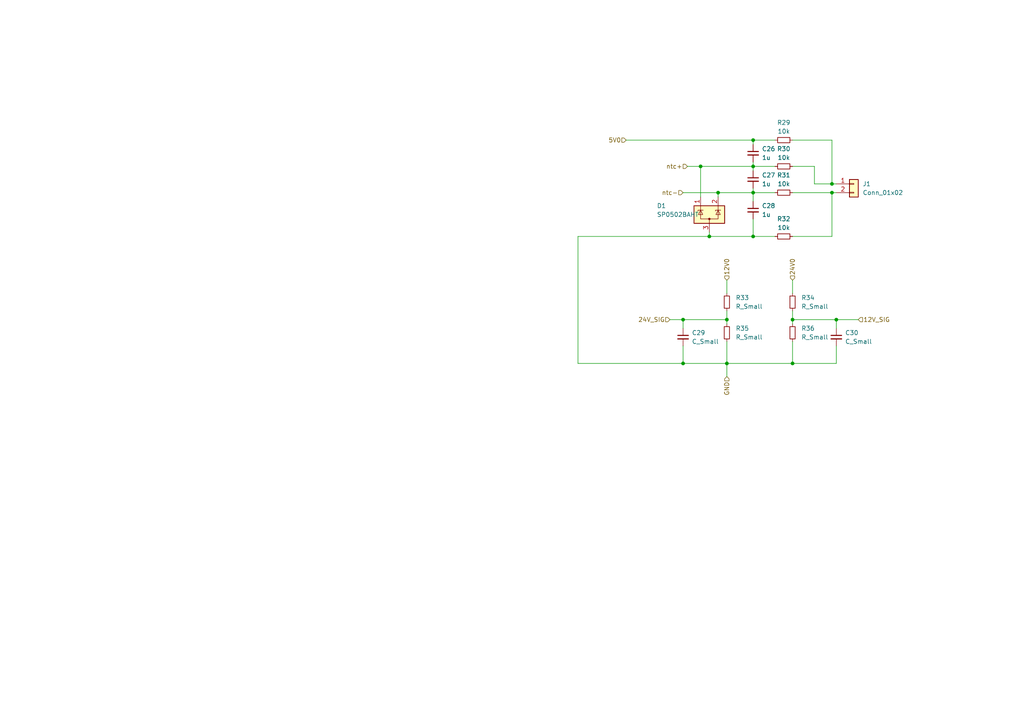
<source format=kicad_sch>
(kicad_sch (version 20230121) (generator eeschema)
  (paper "A4")
  (lib_symbols
    (symbol "Connector_Generic:Conn_01x02" (pin_names (offset 1.016) hide)
      (property "Reference" "J" (at 0 2.54 0))
      (property "Value" "Conn_01x02" (at 0 -5.08 0))
      (symbol "Conn_01x02_1_1"
        (rectangle (start -1.27 -2.413) (end 0 -2.667) (stroke (width 0.1524)))
        (rectangle (start -1.27 0.127) (end 0 -0.127) (stroke (width 0.1524)))
        (rectangle (start -1.27 1.27) (end 1.27 -3.81) (stroke (width 0.254)) (fill (type background)))
        (pin passive line (at -5.08 0 0) (length 3.81) (name "Pin_1") (number "1"))
        (pin passive line (at -5.08 -2.54 0) (length 3.81) (name "Pin_2") (number "2"))
      )
    )
    (symbol "Device:C_Small" (pin_numbers hide) (pin_names (offset 0.254) hide)
      (property "Reference" "C" (at 0.254 1.778 0))
      (property "Value" "C_Small" (at 0.254 -2.032 0))
      (symbol "C_Small_0_1"
        (polyline (pts (xy -1.524 -0.508) (xy 1.524 -0.508)) (stroke (width 0.3302)))
        (polyline (pts (xy -1.524 0.508) (xy 1.524 0.508)) (stroke (width 0.3048)))
      )
      (symbol "C_Small_1_1"
        (pin passive line (at 0 2.54 270) (length 2.032) (name "~") (number "1"))
        (pin passive line (at 0 -2.54 90) (length 2.032) (name "~") (number "2"))
      )
    )
    (symbol "Device:R_Small" (pin_numbers hide) (pin_names (offset 0.254) hide)
      (property "Reference" "R" (at 0.762 0.508 0))
      (property "Value" "R_Small" (at 0.762 -1.016 0))
      (symbol "R_Small_0_1"
        (rectangle (start -0.762 1.778) (end 0.762 -1.778) (stroke (width 0.2032)))
      )
      (symbol "R_Small_1_1"
        (pin passive line (at 0 2.54 270) (length 0.762) (name "~") (number "1"))
        (pin passive line (at 0 -2.54 90) (length 0.762) (name "~") (number "2"))
      )
    )
    (symbol "Power_Protection:SP0502BAHT" (pin_names hide)
      (property "Reference" "D" (at 5.715 2.54 0))
      (property "Value" "SP0502BAHT" (at 5.715 0.635 0))
      (symbol "SP0502BAHT_0_0"
        (pin passive line (at 0 -5.08 90) (length 2.54) (name "A") (number "3"))
      )
      (symbol "SP0502BAHT_0_1"
        (rectangle (start -4.445 2.54) (end 4.445 -2.54) (stroke (width 0.254)) (fill (type background)))
        (circle (center 0 -1.27) (radius 0.254) (fill (type outline)))
        (polyline (pts (xy -2.54 2.54) (xy -2.54 1.27)))
        (polyline (pts (xy 0 -1.27) (xy 0 -2.54)))
        (polyline (pts (xy 2.54 2.54) (xy 2.54 1.27)))
        (polyline (pts (xy -3.302 1.016) (xy -3.302 1.27) (xy -1.905 1.27) (xy -1.778 1.27)))
        (polyline (pts (xy -2.54 1.27) (xy -2.54 -1.27) (xy 2.54 -1.27) (xy 2.54 1.27)))
        (polyline (pts (xy -2.54 1.27) (xy -1.905 0) (xy -3.175 0) (xy -2.54 1.27)))
        (polyline (pts (xy 1.778 1.016) (xy 1.778 1.27) (xy 3.175 1.27) (xy 3.302 1.27)))
        (polyline (pts (xy 2.54 1.27) (xy 1.905 0) (xy 3.175 0) (xy 2.54 1.27)))
      )
      (symbol "SP0502BAHT_1_1"
        (pin passive line (at -2.54 5.08 270) (length 2.54) (name "K") (number "1"))
        (pin passive line (at 2.54 5.08 270) (length 2.54) (name "K") (number "2"))
      )
    )
  )
  (junction (at 210.82 105.41))
  (junction (at 198.12 105.41))
  (junction (at 229.87 92.71))
  (junction (at 241.3 53.34))
  (junction (at 203.2 48.26))
  (junction (at 210.82 92.71))
  (junction (at 218.44 48.26))
  (junction (at 208.28 55.88))
  (junction (at 241.3 55.88))
  (junction (at 218.44 40.64))
  (junction (at 198.12 92.71))
  (junction (at 229.87 105.41))
  (junction (at 218.44 55.88))
  (junction (at 242.57 92.71))
  (junction (at 205.74 68.58))
  (junction (at 218.44 68.58))
  (wire (pts (xy 218.44 48.26) (xy 218.44 49.53)))
  (wire (pts (xy 198.12 105.41) (xy 210.82 105.41)))
  (wire (pts (xy 167.64 68.58) (xy 205.74 68.58)))
  (wire (pts (xy 218.44 40.64) (xy 224.79 40.64)))
  (wire (pts (xy 210.82 99.06) (xy 210.82 105.41)))
  (wire (pts (xy 205.74 68.58) (xy 218.44 68.58)))
  (wire (pts (xy 236.22 48.26) (xy 236.22 53.34)))
  (wire (pts (xy 241.3 53.34) (xy 242.57 53.34)))
  (wire (pts (xy 218.44 40.64) (xy 218.44 41.91)))
  (wire (pts (xy 210.82 92.71) (xy 210.82 93.98)))
  (wire (pts (xy 218.44 68.58) (xy 224.79 68.58)))
  (wire (pts (xy 167.64 105.41) (xy 198.12 105.41)))
  (wire (pts (xy 199.39 48.26) (xy 203.2 48.26)))
  (wire (pts (xy 205.74 67.31) (xy 205.74 68.58)))
  (wire (pts (xy 198.12 92.71) (xy 198.12 95.25)))
  (wire (pts (xy 198.12 55.88) (xy 208.28 55.88)))
  (wire (pts (xy 242.57 92.71) (xy 242.57 95.25)))
  (wire (pts (xy 229.87 81.28) (xy 229.87 85.09)))
  (wire (pts (xy 229.87 48.26) (xy 236.22 48.26)))
  (wire (pts (xy 210.82 105.41) (xy 229.87 105.41)))
  (wire (pts (xy 210.82 105.41) (xy 210.82 109.22)))
  (wire (pts (xy 167.64 68.58) (xy 167.64 105.41)))
  (wire (pts (xy 218.44 55.88) (xy 218.44 58.42)))
  (wire (pts (xy 210.82 90.17) (xy 210.82 92.71)))
  (wire (pts (xy 203.2 48.26) (xy 218.44 48.26)))
  (wire (pts (xy 229.87 68.58) (xy 241.3 68.58)))
  (wire (pts (xy 210.82 81.28) (xy 210.82 85.09)))
  (wire (pts (xy 194.31 92.71) (xy 198.12 92.71)))
  (wire (pts (xy 236.22 53.34) (xy 241.3 53.34)))
  (wire (pts (xy 208.28 55.88) (xy 218.44 55.88)))
  (wire (pts (xy 218.44 48.26) (xy 224.79 48.26)))
  (wire (pts (xy 229.87 90.17) (xy 229.87 92.71)))
  (wire (pts (xy 218.44 55.88) (xy 224.79 55.88)))
  (wire (pts (xy 229.87 92.71) (xy 229.87 93.98)))
  (wire (pts (xy 218.44 46.99) (xy 218.44 48.26)))
  (wire (pts (xy 218.44 54.61) (xy 218.44 55.88)))
  (wire (pts (xy 242.57 100.33) (xy 242.57 105.41)))
  (wire (pts (xy 229.87 55.88) (xy 241.3 55.88)))
  (wire (pts (xy 229.87 92.71) (xy 242.57 92.71)))
  (wire (pts (xy 203.2 48.26) (xy 203.2 57.15)))
  (wire (pts (xy 229.87 105.41) (xy 229.87 99.06)))
  (wire (pts (xy 198.12 100.33) (xy 198.12 105.41)))
  (wire (pts (xy 181.61 40.64) (xy 218.44 40.64)))
  (wire (pts (xy 241.3 55.88) (xy 241.3 68.58)))
  (wire (pts (xy 241.3 40.64) (xy 241.3 53.34)))
  (wire (pts (xy 242.57 105.41) (xy 229.87 105.41)))
  (wire (pts (xy 242.57 92.71) (xy 248.92 92.71)))
  (wire (pts (xy 229.87 40.64) (xy 241.3 40.64)))
  (wire (pts (xy 198.12 92.71) (xy 210.82 92.71)))
  (wire (pts (xy 241.3 55.88) (xy 242.57 55.88)))
  (wire (pts (xy 208.28 55.88) (xy 208.28 57.15)))
  (wire (pts (xy 218.44 63.5) (xy 218.44 68.58)))
  (hierarchical_label "GND" (shape input) (at 210.82 109.22 270))
  (hierarchical_label "ntc+" (shape input) (at 199.39 48.26 180))
  (hierarchical_label "12V0" (shape input) (at 210.82 81.28 90))
  (hierarchical_label "24V_SIG" (shape input) (at 194.31 92.71 180))
  (hierarchical_label "24V0" (shape input) (at 229.87 81.28 90))
  (hierarchical_label "ntc-" (shape input) (at 198.12 55.88 180))
  (hierarchical_label "12V_SIG" (shape input) (at 248.92 92.71 0))
  (hierarchical_label "5V0" (shape input) (at 181.61 40.64 180))
  (symbol (lib_id "Device:R_Small") (at 227.33 55.88 90) (unit 1)
    (property "Reference" "R31" (at 227.33 50.8 90))
    (property "Value" "10k" (at 227.33 53.34 90))
  )
  (symbol (lib_id "Power_Protection:SP0502BAHT") (at 205.74 62.23 0) (unit 1)
    (property "Reference" "D1" (at 190.5 59.69 0) (effects (justify left)))
    (property "Value" "SP0502BAHT" (at 190.5 62.23 0) (effects (justify left)))
    (property "Footprint" "Package_TO_SOT_SMD:SOT-23" (effects hide))
    (property "Datasheet" "http://www.littelfuse.com/~/media/files/littelfuse/technical%20resources/documents/data%20sheets/sp05xxba.pdf" (effects hide))
    (instances (project "rollo control" (path "" (reference "D1") (unit 1)) (path "" (reference "D10") (unit 1))))
  )
  (symbol (lib_id "Device:R_Small") (at 229.87 96.52 0) (unit 1)
    (property "Reference" "R36" (at 232.41 95.25 0) (effects (justify left)))
    (property "Value" "R_Small" (at 232.41 97.79 0) (effects (justify left)))
  )
  (symbol (lib_id "Device:R_Small") (at 229.87 87.63 0) (unit 1)
    (property "Reference" "R34" (at 232.41 86.36 0) (effects (justify left)))
    (property "Value" "R_Small" (at 232.41 88.9 0) (effects (justify left)))
  )
  (symbol (lib_id "Device:C_Small") (at 218.44 52.07 0) (unit 1)
    (property "Reference" "C27" (at 220.98 50.8063 0) (effects (justify left)))
    (property "Value" "1u" (at 220.98 53.3463 0) (effects (justify left)))
  )
  (symbol (lib_id "Device:R_Small") (at 227.33 48.26 90) (unit 1)
    (property "Reference" "R30" (at 227.33 43.18 90))
    (property "Value" "10k" (at 227.33 45.72 90))
  )
  (symbol (lib_id "Device:C_Small") (at 218.44 60.96 0) (unit 1)
    (property "Reference" "C28" (at 220.98 59.6963 0) (effects (justify left)))
    (property "Value" "1u" (at 220.98 62.2363 0) (effects (justify left)))
  )
  (symbol (lib_id "Device:R_Small") (at 227.33 40.64 90) (unit 1)
    (property "Reference" "R29" (at 227.33 35.56 90))
    (property "Value" "10k" (at 227.33 38.1 90))
  )
  (symbol (lib_id "Device:C_Small") (at 218.44 44.45 0) (unit 1)
    (property "Reference" "C26" (at 220.98 43.1863 0) (effects (justify left)))
    (property "Value" "1u" (at 220.98 45.7263 0) (effects (justify left)))
  )
  (symbol (lib_id "Device:R_Small") (at 210.82 87.63 0) (unit 1)
    (property "Reference" "R33" (at 213.36 86.36 0) (effects (justify left)))
    (property "Value" "R_Small" (at 213.36 88.9 0) (effects (justify left)))
  )
  (symbol (lib_id "Device:R_Small") (at 210.82 96.52 0) (unit 1)
    (property "Reference" "R35" (at 213.36 95.25 0) (effects (justify left)))
    (property "Value" "R_Small" (at 213.36 97.79 0) (effects (justify left)))
  )
  (symbol (lib_id "Connector_Generic:Conn_01x02") (at 247.65 53.34 0) (unit 1)
    (property "Reference" "J1" (at 250.19 53.34 0) (effects (justify left)))
    (property "Value" "Conn_01x02" (at 250.19 55.88 0) (effects (justify left)))
  )
  (symbol (lib_id "Device:C_Small") (at 198.12 97.79 0) (unit 1)
    (property "Reference" "C29" (at 200.66 96.5263 0) (effects (justify left)))
    (property "Value" "C_Small" (at 200.66 99.0663 0) (effects (justify left)))
  )
  (symbol (lib_id "Device:R_Small") (at 227.33 68.58 90) (unit 1)
    (property "Reference" "R32" (at 227.33 63.5 90))
    (property "Value" "10k" (at 227.33 66.04 90))
  )
  (symbol (lib_id "Device:C_Small") (at 242.57 97.79 0) (unit 1)
    (property "Reference" "C30" (at 245.11 96.5263 0) (effects (justify left)))
    (property "Value" "C_Small" (at 245.11 99.0663 0) (effects (justify left)))
  )
)
</source>
